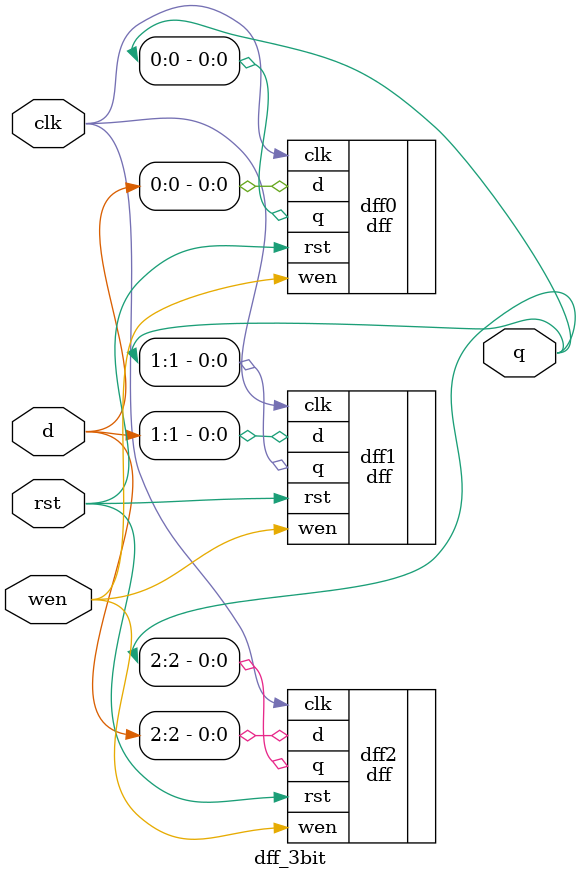
<source format=v>
module dff_3bit(output [2:0] q, input [2:0] d, input wen, input clk, input rst);
dff dff0(.q(q[0]), .d(d[0]), .wen(wen), .clk(clk), .rst(rst));
dff dff1(.q(q[1]), .d(d[1]), .wen(wen), .clk(clk), .rst(rst));
dff dff2(.q(q[2]), .d(d[2]), .wen(wen), .clk(clk), .rst(rst));

endmodule

</source>
